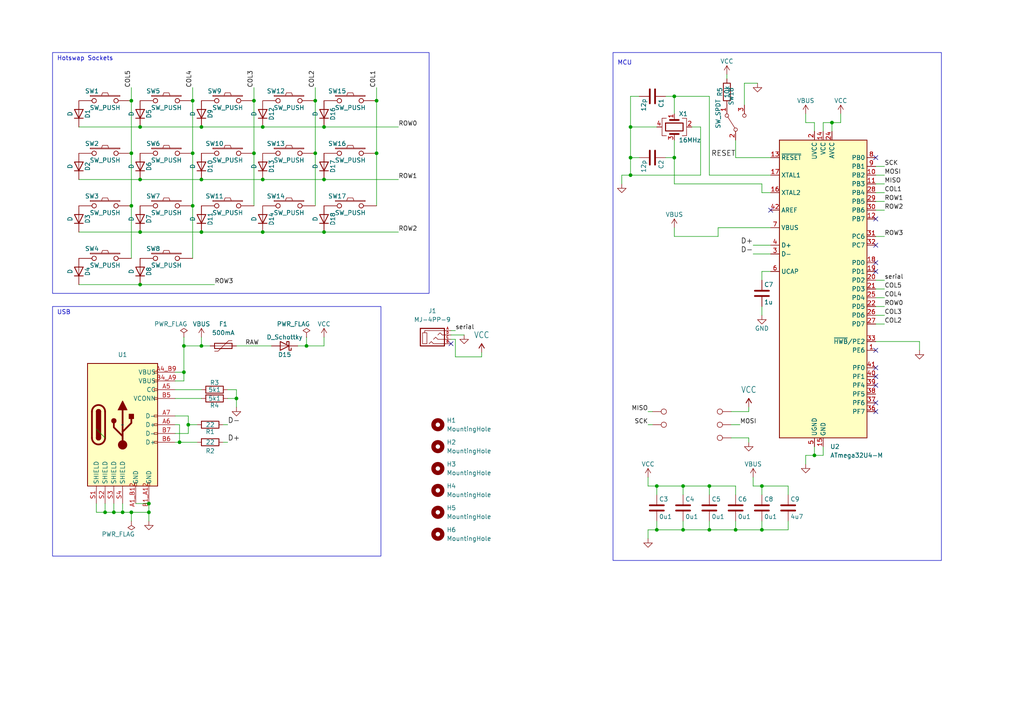
<source format=kicad_sch>
(kicad_sch (version 20230121) (generator eeschema)
  (paper "A4")
  (lib_symbols
    (symbol "3435:usb-mid-mount"
      (property "Reference" "U" (at -12.7 19.05 0))
      (symbol "usb-mid-mount_0_0"
        (rectangle (start 3.556 -17.78) (end 4.064 -16.764))
        (rectangle (start 7.366 -17.78) (end 7.874 -16.764))
        (rectangle (start 9.144 12.954) (end 10.16 12.446))
        (rectangle (start 9.144 15.494) (end 10.16 14.986))
        (rectangle (start 10.16 -4.826) (end 9.144 -5.334))
        (rectangle (start 10.16 -2.286) (end 9.144 -2.794))
        (rectangle (start 10.16 0.254) (end 9.144 -0.254))
        (rectangle (start 10.16 2.794) (end 9.144 2.286))
        (rectangle (start 10.16 7.874) (end 9.144 7.366))
        (rectangle (start 10.16 10.414) (end 9.144 9.906))
      )
      (symbol "usb-mid-mount_0_1"
        (rectangle (start -10.16 17.78) (end 10.16 -17.78) (stroke (width 0.254)) (fill (type background)))
        (arc (start -8.89 -3.81) (mid -6.985 -5.7067) (end -5.08 -3.81) (stroke (width 0.508)))
        (arc (start -7.62 -3.81) (mid -6.985 -4.4423) (end -6.35 -3.81) (stroke (width 0.254)))
        (arc (start -7.62 -3.81) (mid -6.985 -4.4423) (end -6.35 -3.81) (stroke (width 0.254)) (fill (type outline)))
        (rectangle (start -7.62 -3.81) (end -6.35 3.81) (stroke (width 0.254)) (fill (type outline)))
        (arc (start -6.35 3.81) (mid -6.985 4.4423) (end -7.62 3.81) (stroke (width 0.254)))
        (arc (start -6.35 3.81) (mid -6.985 4.4423) (end -7.62 3.81) (stroke (width 0.254)) (fill (type outline)))
        (arc (start -5.08 3.81) (mid -6.985 5.7067) (end -8.89 3.81) (stroke (width 0.508)))
        (circle (center -2.54 1.143) (radius 0.635) (stroke (width 0.254)) (fill (type outline)))
        (circle (center 0 -5.842) (radius 1.27) (fill (type outline)))
        (polyline (pts (xy -8.89 -3.81) (xy -8.89 3.81)) (stroke (width 0.508)))
        (polyline (pts (xy -5.08 3.81) (xy -5.08 -3.81)) (stroke (width 0.508)))
        (polyline (pts (xy 0 -5.842) (xy 0 4.318)) (stroke (width 0.508)))
        (polyline (pts (xy 0 -3.302) (xy -2.54 -0.762) (xy -2.54 0.508)) (stroke (width 0.508)))
        (polyline (pts (xy 0 -2.032) (xy 2.54 0.508) (xy 2.54 1.778)) (stroke (width 0.508)))
        (polyline (pts (xy -1.27 4.318) (xy 0 6.858) (xy 1.27 4.318) (xy -1.27 4.318)) (stroke (width 0.254)) (fill (type outline)))
        (rectangle (start 1.905 1.778) (end 3.175 3.048) (stroke (width 0.254)) (fill (type outline)))
      )
      (symbol "usb-mid-mount_1_1"
        (pin passive line (at 3.81 -22.86 90) (length 5.08) (name "GND") (number "A1_B12"))
        (pin passive line (at 15.24 15.24 180) (length 5.08) (name "VBUS") (number "A4_B9"))
        (pin bidirectional line (at 15.24 10.16 180) (length 5.08) (name "CC") (number "A5"))
        (pin bidirectional line (at 15.24 0 180) (length 5.08) (name "D+") (number "A6"))
        (pin bidirectional line (at 15.24 2.54 180) (length 5.08) (name "D-") (number "A7"))
        (pin passive line (at 7.62 -22.86 90) (length 5.08) (name "GND") (number "B1_A12"))
        (pin passive line (at 15.24 12.7 180) (length 5.08) (name "VBUS") (number "B4_A9"))
        (pin bidirectional line (at 15.24 7.62 180) (length 5.08) (name "VCONN") (number "B5"))
        (pin bidirectional line (at 15.24 -5.08 180) (length 5.08) (name "D+") (number "B6"))
        (pin bidirectional line (at 15.24 -2.54 180) (length 5.08) (name "D-") (number "B7"))
        (pin passive line (at -7.62 -22.86 90) (length 5.08) (name "SHIELD") (number "S1"))
        (pin passive line (at -5.08 -22.86 90) (length 5.08) (name "SHIELD") (number "S2"))
        (pin passive line (at -2.54 -22.86 90) (length 5.08) (name "SHIELD") (number "S3"))
        (pin passive line (at 0 -22.86 90) (length 5.08) (name "SHIELD") (number "S4"))
      )
    )
    (symbol "Connector:TestPoint" (pin_numbers hide) (pin_names (offset 0.762) hide)
      (property "Reference" "TP" (at 0 6.858 0))
      (property "Value" "TestPoint" (at 0 5.08 0))
      (symbol "TestPoint_0_1"
        (circle (center 0 3.302) (radius 0.762))
      )
      (symbol "TestPoint_1_1"
        (pin passive line (at 0 0 90) (length 2.54) (name "1") (number "1"))
      )
    )
    (symbol "Device:C" (pin_numbers hide) (pin_names (offset 0.254))
      (property "Reference" "C" (at 0.635 2.54 0))
      (property "Value" "C" (at 0.635 -2.54 0))
      (symbol "C_0_1"
        (polyline (pts (xy -2.032 -0.762) (xy 2.032 -0.762)) (stroke (width 0.508)))
        (polyline (pts (xy -2.032 0.762) (xy 2.032 0.762)) (stroke (width 0.508)))
      )
      (symbol "C_1_1"
        (pin passive line (at 0 3.81 270) (length 2.794) (name "~") (number "1"))
        (pin passive line (at 0 -3.81 90) (length 2.794) (name "~") (number "2"))
      )
    )
    (symbol "Device:Crystal_GND24" (pin_names (offset 1.016) hide)
      (property "Reference" "Y" (at 3.175 5.08 0))
      (property "Value" "Crystal_GND24" (at 3.175 3.175 0))
      (symbol "Crystal_GND24_0_1"
        (rectangle (start -1.143 2.54) (end 1.143 -2.54) (stroke (width 0.3048)))
        (polyline (pts (xy -2.54 0) (xy -2.032 0)))
        (polyline (pts (xy -2.032 -1.27) (xy -2.032 1.27)) (stroke (width 0.508)))
        (polyline (pts (xy 0 -3.81) (xy 0 -3.556)))
        (polyline (pts (xy 0 3.556) (xy 0 3.81)))
        (polyline (pts (xy 2.032 -1.27) (xy 2.032 1.27)) (stroke (width 0.508)))
        (polyline (pts (xy 2.032 0) (xy 2.54 0)))
        (polyline (pts (xy -2.54 -2.286) (xy -2.54 -3.556) (xy 2.54 -3.556) (xy 2.54 -2.286)))
        (polyline (pts (xy -2.54 2.286) (xy -2.54 3.556) (xy 2.54 3.556) (xy 2.54 2.286)))
      )
      (symbol "Crystal_GND24_1_1"
        (pin passive line (at -3.81 0 0) (length 1.27) (name "1") (number "1"))
        (pin passive line (at 0 5.08 270) (length 1.27) (name "2") (number "2"))
        (pin passive line (at 3.81 0 180) (length 1.27) (name "3") (number "3"))
        (pin passive line (at 0 -5.08 90) (length 1.27) (name "4") (number "4"))
      )
    )
    (symbol "Device:D" (pin_numbers hide) (pin_names (offset 1.016) hide)
      (property "Reference" "D" (at 0 2.54 0))
      (property "Value" "D" (at 0 -2.54 0))
      (symbol "D_0_1"
        (polyline (pts (xy -1.27 1.27) (xy -1.27 -1.27)) (stroke (width 0.254)))
        (polyline (pts (xy 1.27 0) (xy -1.27 0)))
        (polyline (pts (xy 1.27 1.27) (xy 1.27 -1.27) (xy -1.27 0) (xy 1.27 1.27)) (stroke (width 0.254)))
      )
      (symbol "D_1_1"
        (pin passive line (at -3.81 0 0) (length 2.54) (name "K") (number "1"))
        (pin passive line (at 3.81 0 180) (length 2.54) (name "A") (number "2"))
      )
    )
    (symbol "Device:D_Schottky" (pin_numbers hide) (pin_names (offset 1.016) hide)
      (property "Reference" "D" (at 0 2.54 0))
      (property "Value" "D_Schottky" (at 0 -2.54 0))
      (symbol "D_Schottky_0_1"
        (polyline (pts (xy 1.27 0) (xy -1.27 0)))
        (polyline (pts (xy 1.27 1.27) (xy 1.27 -1.27) (xy -1.27 0) (xy 1.27 1.27)) (stroke (width 0.254)))
        (polyline (pts (xy -1.905 0.635) (xy -1.905 1.27) (xy -1.27 1.27) (xy -1.27 -1.27) (xy -0.635 -1.27) (xy -0.635 -0.635)) (stroke (width 0.254)))
      )
      (symbol "D_Schottky_1_1"
        (pin passive line (at -3.81 0 0) (length 2.54) (name "K") (number "1"))
        (pin passive line (at 3.81 0 180) (length 2.54) (name "A") (number "2"))
      )
    )
    (symbol "Device:Polyfuse" (pin_numbers hide) (pin_names (offset 0))
      (property "Reference" "F" (at -2.54 0 90))
      (property "Value" "Polyfuse" (at 2.54 0 90))
      (symbol "Polyfuse_0_1"
        (rectangle (start -0.762 2.54) (end 0.762 -2.54) (stroke (width 0.254)))
        (polyline (pts (xy 0 2.54) (xy 0 -2.54)))
        (polyline (pts (xy -1.524 2.54) (xy -1.524 1.524) (xy 1.524 -1.524) (xy 1.524 -2.54)))
      )
      (symbol "Polyfuse_1_1"
        (pin passive line (at 0 3.81 270) (length 1.27) (name "~") (number "1"))
        (pin passive line (at 0 -3.81 90) (length 1.27) (name "~") (number "2"))
      )
    )
    (symbol "Device:R" (pin_numbers hide) (pin_names (offset 0))
      (property "Reference" "R" (at 2.032 0 90))
      (property "Value" "R" (at 0 0 90))
      (symbol "R_0_1"
        (rectangle (start -1.016 -2.54) (end 1.016 2.54) (stroke (width 0.254)))
      )
      (symbol "R_1_1"
        (pin passive line (at 0 3.81 270) (length 1.27) (name "~") (number "1"))
        (pin passive line (at 0 -3.81 90) (length 1.27) (name "~") (number "2"))
      )
    )
    (symbol "GND_1" (power) (pin_names (offset 0))
      (property "Value" "GND_1" (at 0 -3.81 0))
      (symbol "GND_1_0_1"
        (polyline (pts (xy 0 0) (xy 0 -1.27) (xy 1.27 -1.27) (xy 0 -2.54) (xy -1.27 -1.27) (xy 0 -1.27)))
      )
      (symbol "GND_1_1_1"
        (pin power_in line (at 0 0 270) (length 0) hide (name "GND") (number "1"))
      )
    )
    (symbol "MCU_Microchip_ATmega:ATmega32U4-M"
      (property "Reference" "U" (at -12.7 44.45 0))
      (property "Value" "ATmega32U4-M" (at 2.54 -44.45 0))
      (symbol "ATmega32U4-M_0_1"
        (rectangle (start -12.7 -43.18) (end 12.7 43.18) (stroke (width 0.254)) (fill (type background)))
      )
      (symbol "ATmega32U4-M_1_1"
        (pin bidirectional line (at 15.24 -17.78 180) (length 2.54) (name "PE6") (number "1"))
        (pin bidirectional line (at 15.24 33.02 180) (length 2.54) (name "PB2") (number "10"))
        (pin bidirectional line (at 15.24 30.48 180) (length 2.54) (name "PB3") (number "11"))
        (pin bidirectional line (at 15.24 20.32 180) (length 2.54) (name "PB7") (number "12"))
        (pin input line (at -15.24 38.1 0) (length 2.54) (name "~{RESET}") (number "13"))
        (pin power_in line (at 0 45.72 270) (length 2.54) (name "VCC") (number "14"))
        (pin power_in line (at 0 -45.72 90) (length 2.54) (name "GND") (number "15"))
        (pin output line (at -15.24 27.94 0) (length 2.54) (name "XTAL2") (number "16"))
        (pin input line (at -15.24 33.02 0) (length 2.54) (name "XTAL1") (number "17"))
        (pin bidirectional line (at 15.24 7.62 180) (length 2.54) (name "PD0") (number "18"))
        (pin bidirectional line (at 15.24 5.08 180) (length 2.54) (name "PD1") (number "19"))
        (pin power_in line (at -2.54 45.72 270) (length 2.54) (name "UVCC") (number "2"))
        (pin bidirectional line (at 15.24 2.54 180) (length 2.54) (name "PD2") (number "20"))
        (pin bidirectional line (at 15.24 0 180) (length 2.54) (name "PD3") (number "21"))
        (pin bidirectional line (at 15.24 -5.08 180) (length 2.54) (name "PD5") (number "22"))
        (pin passive line (at 0 -45.72 90) (length 2.54) hide (name "GND") (number "23"))
        (pin power_in line (at 2.54 45.72 270) (length 2.54) (name "AVCC") (number "24"))
        (pin bidirectional line (at 15.24 -2.54 180) (length 2.54) (name "PD4") (number "25"))
        (pin bidirectional line (at 15.24 -7.62 180) (length 2.54) (name "PD6") (number "26"))
        (pin bidirectional line (at 15.24 -10.16 180) (length 2.54) (name "PD7") (number "27"))
        (pin bidirectional line (at 15.24 27.94 180) (length 2.54) (name "PB4") (number "28"))
        (pin bidirectional line (at 15.24 25.4 180) (length 2.54) (name "PB5") (number "29"))
        (pin bidirectional line (at -15.24 10.16 0) (length 2.54) (name "D-") (number "3"))
        (pin bidirectional line (at 15.24 22.86 180) (length 2.54) (name "PB6") (number "30"))
        (pin bidirectional line (at 15.24 15.24 180) (length 2.54) (name "PC6") (number "31"))
        (pin bidirectional line (at 15.24 12.7 180) (length 2.54) (name "PC7") (number "32"))
        (pin bidirectional line (at 15.24 -15.24 180) (length 2.54) (name "~{HWB}/PE2") (number "33"))
        (pin passive line (at 0 45.72 270) (length 2.54) hide (name "VCC") (number "34"))
        (pin passive line (at 0 -45.72 90) (length 2.54) hide (name "GND") (number "35"))
        (pin bidirectional line (at 15.24 -35.56 180) (length 2.54) (name "PF7") (number "36"))
        (pin bidirectional line (at 15.24 -33.02 180) (length 2.54) (name "PF6") (number "37"))
        (pin bidirectional line (at 15.24 -30.48 180) (length 2.54) (name "PF5") (number "38"))
        (pin bidirectional line (at 15.24 -27.94 180) (length 2.54) (name "PF4") (number "39"))
        (pin bidirectional line (at -15.24 12.7 0) (length 2.54) (name "D+") (number "4"))
        (pin bidirectional line (at 15.24 -25.4 180) (length 2.54) (name "PF1") (number "40"))
        (pin bidirectional line (at 15.24 -22.86 180) (length 2.54) (name "PF0") (number "41"))
        (pin passive line (at -15.24 22.86 0) (length 2.54) (name "AREF") (number "42"))
        (pin passive line (at 0 -45.72 90) (length 2.54) hide (name "GND") (number "43"))
        (pin passive line (at 2.54 45.72 270) (length 2.54) hide (name "AVCC") (number "44"))
        (pin passive line (at 0 -45.72 90) (length 2.54) hide (name "GND") (number "45"))
        (pin passive line (at -2.54 -45.72 90) (length 2.54) (name "UGND") (number "5"))
        (pin passive line (at -15.24 5.08 0) (length 2.54) (name "UCAP") (number "6"))
        (pin input line (at -15.24 17.78 0) (length 2.54) (name "VBUS") (number "7"))
        (pin bidirectional line (at 15.24 38.1 180) (length 2.54) (name "PB0") (number "8"))
        (pin bidirectional line (at 15.24 35.56 180) (length 2.54) (name "PB1") (number "9"))
      )
    )
    (symbol "Mechanical:MountingHole" (pin_names (offset 1.016))
      (property "Reference" "H" (at 0 5.08 0))
      (property "Value" "MountingHole" (at 0 3.175 0))
      (symbol "MountingHole_0_1"
        (circle (center 0 0) (radius 1.27) (stroke (width 1.27)))
      )
    )
    (symbol "Switch:SW_SPDT" (pin_names (offset 0) hide)
      (property "Reference" "SW" (at 0 4.318 0))
      (property "Value" "SW_SPDT" (at 0 -5.08 0))
      (symbol "SW_SPDT_0_0"
        (circle (center -2.032 0) (radius 0.508))
        (circle (center 2.032 -2.54) (radius 0.508))
      )
      (symbol "SW_SPDT_0_1"
        (polyline (pts (xy -1.524 0.254) (xy 1.651 2.286)))
        (circle (center 2.032 2.54) (radius 0.508))
      )
      (symbol "SW_SPDT_1_1"
        (pin passive line (at 5.08 2.54 180) (length 2.54) (name "A") (number "1"))
        (pin passive line (at -5.08 0 0) (length 2.54) (name "B") (number "2"))
        (pin passive line (at 5.08 -2.54 180) (length 2.54) (name "C") (number "3"))
      )
    )
    (symbol "clog-eagle-import:VCC" (power)
      (property "Value" "VCC" (at 0 2.794 0))
      (symbol "VCC_1_0"
        (polyline (pts (xy 0 2.54) (xy -0.762 1.27)) (stroke (width 0.254)))
        (polyline (pts (xy 0.762 1.27) (xy 0 2.54)) (stroke (width 0.254)))
        (pin power_in line (at 0 0 90) (length 2.54) (name "VCC") (number "1"))
      )
    )
    (symbol "corne-chocolate-rescue:SW_PUSH-kbd" (pin_numbers hide) (pin_names (offset 1.016) hide)
      (property "Reference" "SW" (at 3.81 2.794 0))
      (property "Value" "SW_PUSH-kbd" (at 0 -2.032 0))
      (symbol "SW_PUSH-kbd_0_1"
        (rectangle (start -4.318 1.27) (end 4.318 1.524))
        (polyline (pts (xy -1.016 1.524) (xy -0.762 2.286) (xy 0.762 2.286) (xy 1.016 1.524)))
        (pin passive inverted (at -7.62 0 0) (length 5.08) (name "1") (number "1"))
        (pin passive inverted (at 7.62 0 180) (length 5.08) (name "2") (number "2"))
      )
    )
    (symbol "kbd:MJ-4PP-9" (pin_names (offset 1.016))
      (property "Reference" "J" (at 0 3.81 0))
      (property "Value" "MJ-4PP-9" (at 0 -3.81 0))
      (symbol "MJ-4PP-9_0_1"
        (rectangle (start -1.905 -1.905) (end -3.175 1.27))
        (polyline (pts (xy -2.54 1.27) (xy -2.54 1.905) (xy 3.175 1.905)))
        (polyline (pts (xy -1.27 -1.905) (xy -0.635 -1.27) (xy 0 -1.905) (xy 3.175 -1.905)))
        (polyline (pts (xy 0 -0.635) (xy 0.635 0) (xy 1.27 -0.635) (xy 3.175 -0.635)))
        (polyline (pts (xy 1.27 0.635) (xy 1.905 1.27) (xy 2.54 0.635) (xy 3.175 0.635)))
        (rectangle (start 3.175 2.54) (end -3.81 -2.54) (stroke (width 0.3048)))
      )
      (symbol "MJ-4PP-9_1_1"
        (pin input line (at 5.08 1.905 180) (length 2.0066) (name "~") (number "A"))
        (pin input line (at 5.08 -1.905 180) (length 2.0066) (name "~") (number "B"))
        (pin input line (at 5.08 -0.635 180) (length 2.0066) (name "~") (number "C"))
        (pin input line (at 5.08 0.635 180) (length 2.0066) (name "~") (number "D"))
      )
    )
    (symbol "power:GND" (power) (pin_names (offset 0))
      (property "Value" "GND" (at 0 -3.81 0))
      (symbol "GND_0_1"
        (polyline (pts (xy 0 0) (xy 0 -1.27) (xy 1.27 -1.27) (xy 0 -2.54) (xy -1.27 -1.27) (xy 0 -1.27)))
      )
      (symbol "GND_1_1"
        (pin power_in line (at 0 0 270) (length 0) hide (name "GND") (number "1"))
      )
    )
    (symbol "power:PWR_FLAG" (power) (pin_numbers hide) (pin_names (offset 0) hide)
      (property "Value" "PWR_FLAG" (at 0 3.81 0))
      (symbol "PWR_FLAG_0_0"
        (pin power_out line (at 0 0 90) (length 0) (name "pwr") (number "1"))
      )
      (symbol "PWR_FLAG_0_1"
        (polyline (pts (xy 0 0) (xy 0 1.27) (xy -1.016 1.905) (xy 0 2.54) (xy 1.016 1.905) (xy 0 1.27)))
      )
    )
    (symbol "power:VBUS" (power) (pin_names (offset 0))
      (property "Value" "VBUS" (at 0 3.81 0))
      (symbol "VBUS_0_1"
        (polyline (pts (xy -0.762 1.27) (xy 0 2.54)))
        (polyline (pts (xy 0 0) (xy 0 2.54)))
        (polyline (pts (xy 0 2.54) (xy 0.762 1.27)))
      )
      (symbol "VBUS_1_1"
        (pin power_in line (at 0 0 90) (length 0) hide (name "VBUS") (number "1"))
      )
    )
    (symbol "power:VCC" (power) (pin_names (offset 0))
      (property "Value" "VCC" (at 0 3.81 0))
      (symbol "VCC_0_1"
        (polyline (pts (xy -0.762 1.27) (xy 0 2.54)))
        (polyline (pts (xy 0 0) (xy 0 2.54)))
        (polyline (pts (xy 0 2.54) (xy 0.762 1.27)))
      )
      (symbol "VCC_1_1"
        (pin power_in line (at 0 0 90) (length 0) hide (name "VCC") (number "1"))
      )
    )
  )
  (junction (at 91.44 29.21))
  (junction (at 91.44 44.45))
  (junction (at 58.42 100.33))
  (junction (at 33.02 148.59))
  (junction (at 241.3 35.56))
  (junction (at 38.1 29.21))
  (junction (at 109.22 44.45))
  (junction (at 73.66 29.21))
  (junction (at 190.5 140.97))
  (junction (at 40.64 82.55))
  (junction (at 52.07 128.27))
  (junction (at 58.42 67.31))
  (junction (at 220.98 140.97))
  (junction (at 195.58 45.72))
  (junction (at 198.12 140.97))
  (junction (at 195.58 27.94))
  (junction (at 109.22 29.21))
  (junction (at 35.56 148.59))
  (junction (at 55.88 29.21))
  (junction (at 93.98 36.83))
  (junction (at 55.88 44.45))
  (junction (at 55.88 59.69))
  (junction (at 40.64 36.83))
  (junction (at 53.34 100.33))
  (junction (at 43.18 148.59))
  (junction (at 182.88 45.72))
  (junction (at 76.2 36.83))
  (junction (at 88.9 100.33))
  (junction (at 220.98 153.67))
  (junction (at 38.1 44.45))
  (junction (at 182.88 50.8))
  (junction (at 40.64 52.07))
  (junction (at 198.12 153.67))
  (junction (at 182.88 36.83))
  (junction (at 58.42 36.83))
  (junction (at 76.2 67.31))
  (junction (at 58.42 52.07))
  (junction (at 54.61 123.19))
  (junction (at 53.34 107.95))
  (junction (at 38.1 148.59))
  (junction (at 190.5 153.67))
  (junction (at 68.58 115.57))
  (junction (at 205.74 140.97))
  (junction (at 40.64 67.31))
  (junction (at 43.18 146.05))
  (junction (at 38.1 59.69))
  (junction (at 205.74 153.67))
  (junction (at 73.66 44.45))
  (junction (at 93.98 67.31))
  (junction (at 76.2 52.07))
  (junction (at 93.98 52.07))
  (junction (at 213.36 153.67))
  (junction (at 30.48 148.59))
  (junction (at 236.22 132.08))
  (no_connect (at 254 71.12))
  (no_connect (at 223.52 60.96))
  (no_connect (at 254 111.76))
  (no_connect (at 254 106.68))
  (no_connect (at 130.81 99.695))
  (no_connect (at 254 63.5))
  (no_connect (at 254 76.2))
  (no_connect (at 254 101.6))
  (no_connect (at 254 119.38))
  (no_connect (at 254 78.74))
  (no_connect (at 254 109.22))
  (no_connect (at 254 116.84))
  (no_connect (at 254 45.72))
  (bus_entry (at 27.94 124.46) (size 2.54 2.54))
  (wire (pts (xy 220.98 88.9) (xy 220.98 91.44)))
  (wire (pts (xy 220.98 55.88) (xy 223.52 55.88)))
  (wire (pts (xy 182.88 50.8) (xy 203.2 50.8)))
  (wire (pts (xy 254 50.8) (xy 256.54 50.8)))
  (wire (pts (xy 68.58 113.03) (xy 68.58 115.57)))
  (wire (pts (xy 266.7 99.06) (xy 266.7 101.6)))
  (wire (pts (xy 58.42 67.31) (xy 40.64 67.31)))
  (wire (pts (xy 130.81 97.155) (xy 134.62 97.155)))
  (wire (pts (xy 236.22 132.08) (xy 236.22 129.54)))
  (wire (pts (xy 139.7 103.505) (xy 132.08 103.505)))
  (wire (pts (xy 223.52 73.66) (xy 218.44 73.66)))
  (wire (pts (xy 190.5 140.97) (xy 198.12 140.97)))
  (wire (pts (xy 187.96 119.38) (xy 189.23 119.38)))
  (wire (pts (xy 58.42 52.07) (xy 40.64 52.07)))
  (wire (pts (xy 33.02 148.59) (xy 35.56 148.59)))
  (wire (pts (xy 215.9 24.13) (xy 219.71 24.13)))
  (wire (pts (xy 190.5 36.83) (xy 182.88 36.83)))
  (wire (pts (xy 195.58 53.34) (xy 220.98 53.34)))
  (wire (pts (xy 52.07 123.19) (xy 52.07 128.27)))
  (wire (pts (xy 208.28 68.58) (xy 195.58 68.58)))
  (wire (pts (xy 223.52 71.12) (xy 218.44 71.12)))
  (wire (pts (xy 68.58 113.03) (xy 66.04 113.03)))
  (wire (pts (xy 236.22 35.56) (xy 233.68 35.56)))
  (wire (pts (xy 132.08 103.505) (xy 132.08 98.425)))
  (wire (pts (xy 198.12 153.67) (xy 198.12 151.13)))
  (wire (pts (xy 93.98 67.31) (xy 76.2 67.31)))
  (wire (pts (xy 38.1 25.4) (xy 38.1 29.21)))
  (wire (pts (xy 198.12 140.97) (xy 205.74 140.97)))
  (wire (pts (xy 238.76 132.08) (xy 238.76 129.54)))
  (wire (pts (xy 241.3 35.56) (xy 243.84 35.56)))
  (wire (pts (xy 93.98 36.83) (xy 115.57 36.83)))
  (wire (pts (xy 50.8 120.65) (xy 54.61 120.65)))
  (wire (pts (xy 256.54 81.28) (xy 254 81.28)))
  (wire (pts (xy 212.09 119.38) (xy 217.17 119.38)))
  (wire (pts (xy 52.07 128.27) (xy 57.15 128.27)))
  (wire (pts (xy 218.44 140.97) (xy 220.98 140.97)))
  (wire (pts (xy 205.74 27.94) (xy 195.58 27.94)))
  (wire (pts (xy 35.56 148.59) (xy 38.1 148.59)))
  (wire (pts (xy 254 53.34) (xy 256.54 53.34)))
  (wire (pts (xy 223.52 66.04) (xy 208.28 66.04)))
  (wire (pts (xy 220.98 153.67) (xy 220.98 151.13)))
  (wire (pts (xy 38.1 148.59) (xy 38.1 151.13)))
  (wire (pts (xy 55.88 29.21) (xy 55.88 44.45)))
  (wire (pts (xy 233.68 35.56) (xy 233.68 33.02)))
  (wire (pts (xy 236.22 132.08) (xy 238.76 132.08)))
  (wire (pts (xy 198.12 140.97) (xy 198.12 143.51)))
  (wire (pts (xy 254 91.44) (xy 256.54 91.44)))
  (wire (pts (xy 76.2 52.07) (xy 58.42 52.07)))
  (wire (pts (xy 73.66 25.4) (xy 73.66 29.21)))
  (wire (pts (xy 241.3 35.56) (xy 241.3 38.1)))
  (wire (pts (xy 40.64 82.55) (xy 62.23 82.55)))
  (wire (pts (xy 130.81 95.885) (xy 132.08 95.885)))
  (wire (pts (xy 58.42 100.33) (xy 60.96 100.33)))
  (wire (pts (xy 38.1 44.45) (xy 38.1 59.69)))
  (wire (pts (xy 66.04 115.57) (xy 68.58 115.57)))
  (wire (pts (xy 73.66 29.21) (xy 73.66 44.45)))
  (wire (pts (xy 213.36 153.67) (xy 213.36 151.13)))
  (wire (pts (xy 213.36 153.67) (xy 220.98 153.67)))
  (wire (pts (xy 109.22 44.45) (xy 109.22 59.69)))
  (wire (pts (xy 53.34 107.95) (xy 50.8 107.95)))
  (wire (pts (xy 64.77 128.27) (xy 66.04 128.27)))
  (wire (pts (xy 40.64 36.83) (xy 22.86 36.83)))
  (wire (pts (xy 195.58 66.04) (xy 195.58 68.58)))
  (wire (pts (xy 195.58 40.64) (xy 195.58 45.72)))
  (wire (pts (xy 38.1 59.69) (xy 38.1 74.93)))
  (wire (pts (xy 210.82 21.59) (xy 210.82 22.86)))
  (wire (pts (xy 254 88.9) (xy 256.54 88.9)))
  (wire (pts (xy 54.61 123.19) (xy 57.15 123.19)))
  (wire (pts (xy 217.17 119.38) (xy 217.17 118.11)))
  (wire (pts (xy 54.61 120.65) (xy 54.61 123.19)))
  (wire (pts (xy 243.84 35.56) (xy 243.84 33.02)))
  (wire (pts (xy 233.68 134.62) (xy 233.68 132.08)))
  (wire (pts (xy 93.98 67.31) (xy 115.57 67.31)))
  (wire (pts (xy 109.22 29.21) (xy 109.22 44.45)))
  (wire (pts (xy 220.98 78.74) (xy 223.52 78.74)))
  (wire (pts (xy 185.42 27.94) (xy 182.88 27.94)))
  (wire (pts (xy 254 93.98) (xy 256.54 93.98)))
  (wire (pts (xy 220.98 153.67) (xy 228.6 153.67)))
  (wire (pts (xy 109.22 25.4) (xy 109.22 29.21)))
  (wire (pts (xy 39.37 146.05) (xy 43.18 146.05)))
  (wire (pts (xy 27.94 148.59) (xy 30.48 148.59)))
  (wire (pts (xy 43.18 146.05) (xy 43.18 148.59)))
  (wire (pts (xy 53.34 100.33) (xy 53.34 107.95)))
  (wire (pts (xy 91.44 25.4) (xy 91.44 29.21)))
  (wire (pts (xy 254 58.42) (xy 256.54 58.42)))
  (wire (pts (xy 195.58 45.72) (xy 195.58 53.34)))
  (wire (pts (xy 93.98 100.33) (xy 93.98 97.79)))
  (wire (pts (xy 91.44 29.21) (xy 91.44 44.45)))
  (wire (pts (xy 193.04 45.72) (xy 195.58 45.72)))
  (wire (pts (xy 30.48 146.05) (xy 30.48 148.59)))
  (wire (pts (xy 53.34 100.33) (xy 58.42 100.33)))
  (wire (pts (xy 43.18 148.59) (xy 43.18 151.13)))
  (wire (pts (xy 50.8 128.27) (xy 52.07 128.27)))
  (wire (pts (xy 40.64 82.55) (xy 22.86 82.55)))
  (wire (pts (xy 33.02 146.05) (xy 33.02 148.59)))
  (wire (pts (xy 205.74 140.97) (xy 205.74 143.51)))
  (wire (pts (xy 187.96 153.67) (xy 190.5 153.67)))
  (wire (pts (xy 254 68.58) (xy 256.54 68.58)))
  (wire (pts (xy 208.28 66.04) (xy 208.28 68.58)))
  (wire (pts (xy 233.68 132.08) (xy 236.22 132.08)))
  (wire (pts (xy 55.88 44.45) (xy 55.88 59.69)))
  (wire (pts (xy 220.98 143.51) (xy 220.98 140.97)))
  (wire (pts (xy 93.98 52.07) (xy 115.57 52.07)))
  (wire (pts (xy 254 55.88) (xy 256.54 55.88)))
  (wire (pts (xy 40.64 52.07) (xy 22.86 52.07)))
  (wire (pts (xy 212.09 123.19) (xy 214.63 123.19)))
  (wire (pts (xy 212.09 127) (xy 217.17 127)))
  (wire (pts (xy 30.48 148.59) (xy 33.02 148.59)))
  (wire (pts (xy 182.88 45.72) (xy 182.88 50.8)))
  (wire (pts (xy 190.5 153.67) (xy 198.12 153.67)))
  (wire (pts (xy 139.7 102.235) (xy 139.7 103.505)))
  (wire (pts (xy 238.76 35.56) (xy 241.3 35.56)))
  (wire (pts (xy 254 86.36) (xy 256.54 86.36)))
  (wire (pts (xy 180.34 50.8) (xy 180.34 53.34)))
  (wire (pts (xy 58.42 100.33) (xy 58.42 97.79)))
  (wire (pts (xy 193.04 27.94) (xy 195.58 27.94)))
  (wire (pts (xy 50.8 123.19) (xy 52.07 123.19)))
  (wire (pts (xy 50.8 115.57) (xy 58.42 115.57)))
  (wire (pts (xy 54.61 125.73) (xy 54.61 123.19)))
  (wire (pts (xy 195.58 27.94) (xy 195.58 33.02)))
  (wire (pts (xy 88.9 97.79) (xy 88.9 100.33)))
  (wire (pts (xy 73.66 44.45) (xy 73.66 59.69)))
  (wire (pts (xy 38.1 148.59) (xy 43.18 148.59)))
  (wire (pts (xy 53.34 110.49) (xy 53.34 107.95)))
  (wire (pts (xy 38.1 29.21) (xy 38.1 44.45)))
  (wire (pts (xy 55.88 59.69) (xy 55.88 74.93)))
  (wire (pts (xy 228.6 153.67) (xy 228.6 151.13)))
  (wire (pts (xy 50.8 113.03) (xy 58.42 113.03)))
  (wire (pts (xy 93.98 36.83) (xy 76.2 36.83)))
  (wire (pts (xy 76.2 67.31) (xy 58.42 67.31)))
  (wire (pts (xy 93.98 52.07) (xy 76.2 52.07)))
  (wire (pts (xy 27.94 146.05) (xy 27.94 148.59)))
  (wire (pts (xy 203.2 36.83) (xy 200.66 36.83)))
  (wire (pts (xy 68.58 115.57) (xy 68.58 118.11)))
  (wire (pts (xy 91.44 44.45) (xy 91.44 59.69)))
  (wire (pts (xy 132.08 98.425) (xy 130.81 98.425)))
  (wire (pts (xy 203.2 50.8) (xy 203.2 36.83)))
  (wire (pts (xy 218.44 140.97) (xy 218.44 138.43)))
  (wire (pts (xy 213.36 45.72) (xy 223.52 45.72)))
  (wire (pts (xy 40.64 67.31) (xy 22.86 67.31)))
  (wire (pts (xy 220.98 140.97) (xy 228.6 140.97)))
  (wire (pts (xy 50.8 125.73) (xy 54.61 125.73)))
  (wire (pts (xy 187.96 140.97) (xy 190.5 140.97)))
  (wire (pts (xy 220.98 78.74) (xy 220.98 81.28)))
  (wire (pts (xy 205.74 50.8) (xy 223.52 50.8)))
  (wire (pts (xy 88.9 100.33) (xy 93.98 100.33)))
  (wire (pts (xy 213.36 140.97) (xy 213.36 143.51)))
  (wire (pts (xy 215.9 30.48) (xy 215.9 24.13)))
  (wire (pts (xy 228.6 140.97) (xy 228.6 143.51)))
  (wire (pts (xy 86.36 100.33) (xy 88.9 100.33)))
  (wire (pts (xy 254 48.26) (xy 256.54 48.26)))
  (wire (pts (xy 213.36 40.64) (xy 213.36 45.72)))
  (wire (pts (xy 198.12 153.67) (xy 205.74 153.67)))
  (wire (pts (xy 190.5 151.13) (xy 190.5 153.67)))
  (wire (pts (xy 205.74 153.67) (xy 213.36 153.67)))
  (wire (pts (xy 217.17 127) (xy 217.17 128.27)))
  (wire (pts (xy 68.58 100.33) (xy 78.74 100.33)))
  (wire (pts (xy 53.34 97.79) (xy 53.34 100.33)))
  (wire (pts (xy 180.34 50.8) (xy 182.88 50.8)))
  (wire (pts (xy 187.96 140.97) (xy 187.96 138.43)))
  (wire (pts (xy 182.88 36.83) (xy 182.88 45.72)))
  (wire (pts (xy 236.22 38.1) (xy 236.22 35.56)))
  (wire (pts (xy 55.88 25.4) (xy 55.88 29.21)))
  (wire (pts (xy 35.56 148.59) (xy 35.56 146.05)))
  (wire (pts (xy 50.8 110.49) (xy 53.34 110.49)))
  (wire (pts (xy 254 99.06) (xy 266.7 99.06)))
  (wire (pts (xy 220.98 53.34) (xy 220.98 55.88)))
  (wire (pts (xy 205.74 140.97) (xy 213.36 140.97)))
  (wire (pts (xy 238.76 35.56) (xy 238.76 38.1)))
  (wire (pts (xy 254 60.96) (xy 256.54 60.96)))
  (wire (pts (xy 187.96 123.19) (xy 189.23 123.19)))
  (wire (pts (xy 205.74 153.67) (xy 205.74 151.13)))
  (wire (pts (xy 190.5 140.97) (xy 190.5 143.51)))
  (wire (pts (xy 76.2 36.83) (xy 58.42 36.83)))
  (wire (pts (xy 182.88 27.94) (xy 182.88 36.83)))
  (wire (pts (xy 64.77 123.19) (xy 66.04 123.19)))
  (wire (pts (xy 58.42 36.83) (xy 40.64 36.83)))
  (wire (pts (xy 256.54 83.82) (xy 254 83.82)))
  (wire (pts (xy 205.74 27.94) (xy 205.74 50.8)))
  (wire (pts (xy 182.88 45.72) (xy 185.42 45.72)))
  (wire (pts (xy 187.96 153.67) (xy 187.96 156.21)))
  (rectangle (start 15.24 88.9) (end 110.49 161.29))
  (rectangle (start 177.8 15.24) (end 273.05 162.56))
  (rectangle (start 15.24 15.24) (end 124.46 85.09))
  (text "Hotswap Sockets\n" (at 16.51 17.78 0) (effects (font (size 1.27 1.27)) (justify left bottom)))
  (text "MCU\n" (at 179.07 19.05 0) (effects (font (size 1.27 1.27)) (justify left bottom)))
  (text "USB\n" (at 16.51 91.44 0) (effects (font (size 1.27 1.27)) (justify left bottom)))
  (label "serial" (at 256.54 81.28 0))
  (label "MOSI" (at 256.54 50.8 0))
  (label "ROW0" (at 256.54 88.9 0))
  (label "ROW1" (at 256.54 58.42 0))
  (label "COL2" (at 91.44 25.4 90))
  (label "MOSI" (at 214.63 123.19 0))
  (label "D-" (at 218.44 73.66 180) (effects (font (size 1.524 1.524))))
  (label "MISO" (at 187.96 119.38 180))
  (label "D+" (at 66.04 128.27 0) (effects (font (size 1.524 1.524))))
  (label "COL4" (at 256.54 86.36 0))
  (label "COL1" (at 109.22 25.4 90))
  (label "COL2" (at 256.54 93.98 0))
  (label "COL5" (at 256.54 83.82 0))
  (label "ROW0" (at 115.57 36.83 0))
  (label "RESET" (at 213.36 45.72 180) (effects (font (size 1.524 1.524))))
  (label "MISO" (at 256.54 53.34 0))
  (label "serial" (at 132.08 95.885 0))
  (label "COL3" (at 73.66 25.4 90))
  (label "D-" (at 66.04 123.19 0) (effects (font (size 1.524 1.524))))
  (label "ROW2" (at 256.54 60.96 0))
  (label "RAW" (at 71.12 100.33 0))
  (label "SCK" (at 256.54 48.26 0))
  (label "COL5" (at 38.1 25.4 90))
  (label "ROW3" (at 256.54 68.58 0))
  (label "SCK" (at 187.96 123.19 180))
  (label "ROW3" (at 62.23 82.55 0))
  (label "COL3" (at 256.54 91.44 0))
  (label "ROW1" (at 115.57 52.07 0))
  (label "COL4" (at 55.88 25.4 90))
  (label "D+" (at 218.44 71.12 180) (effects (font (size 1.524 1.524))))
  (label "ROW2" (at 115.57 67.31 0))
  (label "COL1" (at 256.54 55.88 0))
  (symbol (lib_id "Device:R") (at 60.96 123.19 270) (unit 1)
    (property "Reference" "R1" (at 60.96 125.222 90))
    (property "Value" "22" (at 60.96 123.19 90))
    (property "Footprint" "Resistor_SMD:R_0402_1005Metric" (effects hide))
  )
  (symbol (lib_id "corne-chocolate-rescue:SW_PUSH-kbd") (at 66.04 29.21 0) (mirror y) (unit 1)
    (property "Reference" "SW9" (at 62.23 26.416 0))
    (property "Value" "SW_PUSH" (at 66.04 31.242 0))
    (property "Footprint" "kbd:ChocV1_V2_Hotswap" (effects hide))
  )
  (symbol (lib_id "corne-chocolate-rescue:SW_PUSH-kbd") (at 83.82 59.69 0) (mirror y) (unit 1)
    (property "Reference" "SW14" (at 80.01 56.896 0))
    (property "Value" "SW_PUSH" (at 83.82 61.722 0))
    (property "Footprint" "kbd:ChocV1_V2_Hotswap" (effects hide))
  )
  (symbol (lib_id "corne-chocolate-rescue:SW_PUSH-kbd") (at 48.26 29.21 0) (mirror y) (unit 1)
    (property "Reference" "SW5" (at 44.45 26.416 0))
    (property "Value" "SW_PUSH" (at 48.26 31.242 0))
    (property "Footprint" "kbd:ChocV1_V2_Hotswap" (effects hide))
  )
  (symbol (lib_id "Device:D") (at 58.42 63.5 270) (mirror x) (unit 1)
    (property "Reference" "D11" (at 60.96 63.5 0))
    (property "Value" "D" (at 55.88 63.5 0))
    (property "Footprint" "kbd:D3_SMD_v2" (effects hide))
  )
  (symbol (lib_id "Device:D") (at 76.2 63.5 270) (mirror x) (unit 1)
    (property "Reference" "D14" (at 78.74 63.5 0))
    (property "Value" "D" (at 73.66 63.5 0))
    (property "Footprint" "kbd:D3_SMD_v2" (effects hide))
  )
  (symbol (lib_id "Device:D_Schottky") (at 82.55 100.33 180) (unit 1)
    (property "Reference" "D15" (at 82.55 102.87 0))
    (property "Value" "D_Schottky" (at 82.55 97.79 0))
    (property "Footprint" "Diode_SMD:D_SOD-123F" (effects hide))
  )
  (symbol (lib_id "corne-chocolate-rescue:SW_PUSH-kbd") (at 66.04 44.45 0) (mirror y) (unit 1)
    (property "Reference" "SW10" (at 62.23 41.656 0))
    (property "Value" "SW_PUSH" (at 66.04 46.482 0))
    (property "Footprint" "kbd:ChocV1_V2_Hotswap" (effects hide))
  )
  (symbol (lib_id "power:PWR_FLAG") (at 53.34 97.79 0) (unit 1)
    (property "Reference" "#FLG02" (effects hide))
    (property "Value" "PWR_FLAG" (at 49.53 93.98 0))
  )
  (symbol (lib_id "Device:D") (at 40.64 48.26 270) (mirror x) (unit 1)
    (property "Reference" "D6" (at 43.18 48.26 0))
    (property "Value" "D" (at 38.1 48.26 0))
    (property "Footprint" "kbd:D3_SMD_v2" (effects hide))
  )
  (symbol (lib_id "power:VBUS") (at 58.42 97.79 0) (unit 1)
    (property "Reference" "#PWR02" (effects hide))
    (property "Value" "VBUS" (at 58.42 93.98 0))
  )
  (symbol (lib_id "Device:C") (at 228.6 147.32 0) (unit 1)
    (property "Reference" "C9" (at 229.235 144.78 0) (effects (justify left)))
    (property "Value" "4u7" (at 229.235 149.86 0) (effects (justify left)))
    (property "Footprint" "Capacitor_SMD:C_0603_1608Metric" (effects hide))
  )
  (symbol (lib_id "Device:R") (at 210.82 26.67 180) (unit 1)
    (property "Reference" "R5" (at 208.788 26.67 90))
    (property "Value" "10k" (at 210.82 26.67 90))
    (property "Footprint" "Resistor_SMD:R_0402_1005Metric" (effects hide))
  )
  (symbol (lib_id "corne-chocolate-rescue:SW_PUSH-kbd") (at 48.26 44.45 0) (mirror y) (unit 1)
    (property "Reference" "SW6" (at 44.45 41.656 0))
    (property "Value" "SW_PUSH" (at 48.26 46.482 0))
    (property "Footprint" "kbd:ChocV1_V2_Hotswap" (effects hide))
  )
  (symbol (lib_id "Device:D") (at 22.86 78.74 270) (mirror x) (unit 1)
    (property "Reference" "D4" (at 25.4 78.74 0))
    (property "Value" "D" (at 20.32 78.74 0))
    (property "Footprint" "kbd:D3_SMD_v2" (effects hide))
  )
  (symbol (lib_id "power:VBUS") (at 218.44 138.43 0) (unit 1)
    (property "Reference" "#PWR012" (effects hide))
    (property "Value" "VBUS" (at 218.44 134.62 0))
  )
  (symbol (lib_id "Device:C") (at 205.74 147.32 0) (unit 1)
    (property "Reference" "C5" (at 206.375 144.78 0) (effects (justify left)))
    (property "Value" "0u1" (at 206.375 149.86 0) (effects (justify left)))
    (property "Footprint" "Capacitor_SMD:C_0402_1005Metric" (effects hide))
  )
  (symbol (lib_id "power:PWR_FLAG") (at 38.1 151.13 180) (unit 1)
    (property "Reference" "#FLG01" (effects hide))
    (property "Value" "PWR_FLAG" (at 34.29 154.94 0))
  )
  (symbol (lib_id "Mechanical:MountingHole") (at 127 154.94 0) (unit 1)
    (property "Reference" "H6" (at 129.54 153.67 0) (effects (justify left)))
    (property "Value" "MountingHole" (at 129.54 156.21 0) (effects (justify left)))
    (property "Footprint" "MountingHole:MountingHole_3.2mm_M3" (effects hide))
  )
  (symbol (lib_id "Device:C") (at 198.12 147.32 0) (unit 1)
    (property "Reference" "C4" (at 198.755 144.78 0) (effects (justify left)))
    (property "Value" "0u1" (at 198.755 149.86 0) (effects (justify left)))
    (property "Footprint" "Capacitor_SMD:C_0402_1005Metric" (effects hide))
  )
  (symbol (lib_id "Device:D") (at 40.64 63.5 270) (mirror x) (unit 1)
    (property "Reference" "D7" (at 43.18 63.5 0))
    (property "Value" "D" (at 38.1 63.5 0))
    (property "Footprint" "kbd:D3_SMD_v2" (effects hide))
  )
  (symbol (lib_id "Mechanical:MountingHole") (at 127 123.19 0) (unit 1)
    (property "Reference" "H1" (at 129.54 121.92 0) (effects (justify left)))
    (property "Value" "MountingHole" (at 129.54 124.46 0) (effects (justify left)))
    (property "Footprint" "MountingHole:MountingHole_3.2mm_M3" (effects hide))
  )
  (symbol (lib_id "power:VCC") (at 210.82 21.59 0) (unit 1)
    (property "Reference" "#PWR010" (effects hide))
    (property "Value" "VCC" (at 210.82 17.78 0))
  )
  (symbol (lib_id "Device:D") (at 58.42 33.02 270) (mirror x) (unit 1)
    (property "Reference" "D9" (at 60.96 33.02 0))
    (property "Value" "D" (at 55.88 33.02 0))
    (property "Footprint" "kbd:D3_SMD_v2" (effects hide))
  )
  (symbol (lib_id "Connector:TestPoint") (at 212.09 119.38 90) (unit 1)
    (property "Reference" "TP3" (effects hide))
    (property "Value" "TestPoint" (effects hide))
    (property "Footprint" "TestPoint:TestPoint_Pad_D2.0mm" (effects hide))
  )
  (symbol (lib_id "Connector:TestPoint") (at 212.09 123.19 90) (unit 1)
    (property "Reference" "TP4" (effects hide))
    (property "Value" "TestPoint" (effects hide))
    (property "Footprint" "TestPoint:TestPoint_Pad_D2.0mm" (effects hide))
  )
  (symbol (lib_id "corne-chocolate-rescue:SW_PUSH-kbd") (at 48.26 59.69 0) (mirror y) (unit 1)
    (property "Reference" "SW7" (at 44.45 56.896 0))
    (property "Value" "SW_PUSH" (at 48.26 61.722 0))
    (property "Footprint" "kbd:ChocV1_V2_Hotswap" (effects hide))
  )
  (symbol (lib_id "Device:D") (at 22.86 33.02 270) (mirror x) (unit 1)
    (property "Reference" "D1" (at 25.4 33.02 0))
    (property "Value" "D" (at 20.32 33.02 0))
    (property "Footprint" "kbd:D3_SMD_v2" (effects hide))
  )
  (symbol (lib_id "power:GND") (at 43.18 151.13 0) (unit 1)
    (property "Reference" "#PWR01" (effects hide))
    (property "Value" "GND" (effects hide))
  )
  (symbol (lib_id "kbd:MJ-4PP-9") (at 125.73 97.79 0) (unit 1)
    (property "Reference" "J1" (at 125.4125 90.17 0))
    (property "Value" "MJ-4PP-9" (at 125.4125 92.71 0))
    (property "Footprint" "kbd:MJ-4PP-9_1side" (effects hide))
  )
  (symbol (lib_id "corne-chocolate-rescue:SW_PUSH-kbd") (at 30.48 59.69 0) (mirror y) (unit 1)
    (property "Reference" "SW3" (at 26.67 56.896 0))
    (property "Value" "SW_PUSH" (at 30.48 61.722 0))
    (property "Footprint" "kbd:ChocV1_V2_Hotswap" (effects hide))
  )
  (symbol (lib_id "corne-chocolate-rescue:SW_PUSH-kbd") (at 30.48 74.93 0) (mirror y) (unit 1)
    (property "Reference" "SW4" (at 26.67 72.136 0))
    (property "Value" "SW_PUSH" (at 30.48 76.962 0))
    (property "Footprint" "kbd:ChocV1_V2_Hotswap" (effects hide))
  )
  (symbol (lib_id "MCU_Microchip_ATmega:ATmega32U4-M") (at 238.76 83.82 0) (unit 1)
    (property "Reference" "U2" (at 240.7794 129.54 0) (effects (justify left)))
    (property "Value" "ATmega32U4-M" (at 240.7794 132.08 0) (effects (justify left)))
    (property "Footprint" "Package_DFN_QFN:QFN-44-1EP_7x7mm_P0.5mm_EP5.2x5.2mm" (effects hide))
    (property "Datasheet" "http://ww1.microchip.com/downloads/en/DeviceDoc/Atmel-7766-8-bit-AVR-ATmega16U4-32U4_Datasheet.pdf" (effects hide))
  )
  (symbol (lib_id "Device:D") (at 93.98 48.26 270) (mirror x) (unit 1)
    (property "Reference" "D17" (at 96.52 48.26 0))
    (property "Value" "D" (at 91.44 48.26 0))
    (property "Footprint" "kbd:D3_SMD_v2" (effects hide))
  )
  (symbol (lib_name "GND_1") (lib_id "power:GND") (at 217.17 128.27 0) (unit 1)
    (property "Reference" "#PWR011" (effects hide))
    (property "Value" "GND" (effects hide))
  )
  (symbol (lib_id "Mechanical:MountingHole") (at 127 135.89 0) (unit 1)
    (property "Reference" "H3" (at 129.54 134.62 0) (effects (justify left)))
    (property "Value" "MountingHole" (at 129.54 137.16 0) (effects (justify left)))
    (property "Footprint" "MountingHole:MountingHole_3.2mm_M3" (effects hide))
  )
  (symbol (lib_id "power:VBUS") (at 195.58 66.04 0) (unit 1)
    (property "Reference" "#PWR09" (effects hide))
    (property "Value" "VBUS" (at 195.58 62.23 0))
  )
  (symbol (lib_id "power:VCC") (at 93.98 97.79 0) (unit 1)
    (property "Reference" "#PWR04" (effects hide))
    (property "Value" "VCC" (at 93.98 93.98 0))
  )
  (symbol (lib_id "corne-chocolate-rescue:SW_PUSH-kbd") (at 83.82 44.45 0) (mirror y) (unit 1)
    (property "Reference" "SW13" (at 80.01 41.656 0))
    (property "Value" "SW_PUSH" (at 83.82 46.482 0))
    (property "Footprint" "kbd:ChocV1_V2_Hotswap" (effects hide))
  )
  (symbol (lib_id "Mechanical:MountingHole") (at 127 129.54 0) (unit 1)
    (property "Reference" "H2" (at 129.54 128.27 0) (effects (justify left)))
    (property "Value" "MountingHole" (at 129.54 130.81 0) (effects (justify left)))
    (property "Footprint" "MountingHole:MountingHole_3.2mm_M3" (effects hide))
  )
  (symbol (lib_id "Device:C") (at 220.98 147.32 0) (unit 1)
    (property "Reference" "C8" (at 221.615 144.78 0) (effects (justify left)))
    (property "Value" "0u1" (at 221.615 149.86 0) (effects (justify left)))
    (property "Footprint" "Capacitor_SMD:C_0402_1005Metric" (effects hide))
  )
  (symbol (lib_id "power:GND") (at 68.58 118.11 0) (unit 1)
    (property "Reference" "#PWR03" (effects hide))
    (property "Value" "GND" (effects hide))
  )
  (symbol (lib_id "Switch:SW_SPDT") (at 213.36 35.56 90) (unit 1)
    (property "Reference" "SW18" (at 212.09 27.94 0))
    (property "Value" "SW_SPDT" (at 208.28 33.02 0))
    (property "Footprint" "Button_Switch_SMD:SW_SPDT_PCM12" (effects hide))
  )
  (symbol (lib_id "Device:D") (at 40.64 78.74 270) (mirror x) (unit 1)
    (property "Reference" "D8" (at 43.18 78.74 0))
    (property "Value" "D" (at 38.1 78.74 0))
    (property "Footprint" "kbd:D3_SMD_v2" (effects hide))
  )
  (symbol (lib_id "corne-chocolate-rescue:SW_PUSH-kbd") (at 101.6 29.21 0) (mirror y) (unit 1)
    (property "Reference" "SW15" (at 97.79 26.416 0))
    (property "Value" "SW_PUSH" (at 101.6 31.242 0))
    (property "Footprint" "kbd:ChocV1_V2_Hotswap" (effects hide))
  )
  (symbol (lib_id "Device:C") (at 189.23 45.72 270) (unit 1)
    (property "Reference" "C2" (at 191.77 46.355 0) (effects (justify left)))
    (property "Value" "12p" (at 186.69 46.355 0) (effects (justify left)))
    (property "Footprint" "Capacitor_SMD:C_0402_1005Metric" (effects hide))
  )
  (symbol (lib_id "corne-chocolate-rescue:SW_PUSH-kbd") (at 30.48 29.21 0) (mirror y) (unit 1)
    (property "Reference" "SW1" (at 26.67 26.416 0))
    (property "Value" "SW_PUSH" (at 30.48 31.242 0))
    (property "Footprint" "kbd:ChocV1_V2_Hotswap" (effects hide))
  )
  (symbol (lib_id "Device:C") (at 213.36 147.32 0) (unit 1)
    (property "Reference" "C6" (at 213.995 144.78 0) (effects (justify left)))
    (property "Value" "0u1" (at 213.995 149.86 0) (effects (justify left)))
    (property "Footprint" "Capacitor_SMD:C_0402_1005Metric" (effects hide))
  )
  (symbol (lib_id "Connector:TestPoint") (at 212.09 127 90) (unit 1)
    (property "Reference" "TP5" (effects hide))
    (property "Value" "TestPoint" (effects hide))
    (property "Footprint" "TestPoint:TestPoint_Pad_D2.0mm" (effects hide))
  )
  (symbol (lib_id "power:GND") (at 180.34 53.34 0) (unit 1)
    (property "Reference" "#PWR06" (effects hide))
    (property "Value" "GND" (effects hide))
  )
  (symbol (lib_id "power:GND") (at 219.71 24.13 0) (unit 1)
    (property "Reference" "#PWR013" (effects hide))
    (property "Value" "GND" (effects hide))
  )
  (symbol (lib_id "corne-chocolate-rescue:SW_PUSH-kbd") (at 30.48 44.45 0) (mirror y) (unit 1)
    (property "Reference" "SW2" (at 26.67 41.656 0))
    (property "Value" "SW_PUSH" (at 30.48 46.482 0))
    (property "Footprint" "kbd:ChocV1_V2_Hotswap" (effects hide))
  )
  (symbol (lib_id "Device:D") (at 93.98 63.5 270) (mirror x) (unit 1)
    (property "Reference" "D18" (at 96.52 63.5 0))
    (property "Value" "D" (at 91.44 63.5 0))
    (property "Footprint" "kbd:D3_SMD_v2" (effects hide))
  )
  (symbol (lib_id "power:VCC") (at 187.96 138.43 0) (unit 1)
    (property "Reference" "#PWR07" (effects hide))
    (property "Value" "VCC" (at 187.96 134.62 0))
  )
  (symbol (lib_id "Mechanical:MountingHole") (at 127 148.59 0) (unit 1)
    (property "Reference" "H5" (at 129.54 147.32 0) (effects (justify left)))
    (property "Value" "MountingHole" (at 129.54 149.86 0) (effects (justify left)))
    (property "Footprint" "MountingHole:MountingHole_3.2mm_M3" (effects hide))
  )
  (symbol (lib_id "Device:D") (at 93.98 33.02 270) (mirror x) (unit 1)
    (property "Reference" "D16" (at 96.52 33.02 0))
    (property "Value" "D" (at 91.44 33.02 0))
    (property "Footprint" "kbd:D3_SMD_v2" (effects hide))
  )
  (symbol (lib_id "Connector:TestPoint") (at 189.23 119.38 270) (unit 1)
    (property "Reference" "TP1" (effects hide))
    (property "Value" "TestPoint" (effects hide))
    (property "Footprint" "TestPoint:TestPoint_Pad_D2.0mm" (effects hide))
  )
  (symbol (lib_id "Mechanical:MountingHole") (at 127 142.24 0) (unit 1)
    (property "Reference" "H4" (at 129.54 140.97 0) (effects (justify left)))
    (property "Value" "MountingHole" (at 129.54 143.51 0) (effects (justify left)))
    (property "Footprint" "MountingHole:MountingHole_3.2mm_M3" (effects hide))
  )
  (symbol (lib_id "Device:D") (at 58.42 48.26 270) (mirror x) (unit 1)
    (property "Reference" "D10" (at 60.96 48.26 0))
    (property "Value" "D" (at 55.88 48.26 0))
    (property "Footprint" "kbd:D3_SMD_v2" (effects hide))
  )
  (symbol (lib_id "corne-chocolate-rescue:SW_PUSH-kbd") (at 66.04 59.69 0) (mirror y) (unit 1)
    (property "Reference" "SW11" (at 62.23 56.896 0))
    (property "Value" "SW_PUSH" (at 66.04 61.722 0))
    (property "Footprint" "kbd:ChocV1_V2_Hotswap" (effects hide))
  )
  (symbol (lib_id "Device:D") (at 22.86 48.26 270) (mirror x) (unit 1)
    (property "Reference" "D2" (at 25.4 48.26 0))
    (property "Value" "D" (at 20.32 48.26 0))
    (property "Footprint" "kbd:D3_SMD_v2" (effects hide))
  )
  (symbol (lib_id "power:VBUS") (at 233.68 33.02 0) (unit 1)
    (property "Reference" "#PWR015" (effects hide))
    (property "Value" "VBUS" (at 233.68 29.21 0))
  )
  (symbol (lib_id "Device:D") (at 76.2 33.02 270) (mirror x) (unit 1)
    (property "Reference" "D12" (at 78.74 33.02 0))
    (property "Value" "D" (at 73.66 33.02 0))
    (property "Footprint" "kbd:D3_SMD_v2" (effects hide))
  )
  (symbol (lib_id "Device:C") (at 220.98 85.09 0) (unit 1)
    (property "Reference" "C7" (at 221.615 82.55 0) (effects (justify left)))
    (property "Value" "1u" (at 221.615 87.63 0) (effects (justify left)))
    (property "Footprint" "Capacitor_SMD:C_0603_1608Metric" (effects hide))
  )
  (symbol (lib_id "power:PWR_FLAG") (at 88.9 97.79 0) (unit 1)
    (property "Reference" "#FLG03" (effects hide))
    (property "Value" "PWR_FLAG" (at 85.09 93.98 0))
  )
  (symbol (lib_id "power:GND") (at 266.7 101.6 0) (unit 1)
    (property "Reference" "#PWR018" (effects hide))
    (property "Value" "GND" (effects hide))
  )
  (symbol (lib_id "power:VCC") (at 243.84 33.02 0) (unit 1)
    (property "Reference" "#PWR017" (effects hide))
    (property "Value" "VCC" (at 243.84 29.21 0))
  )
  (symbol (lib_id "Device:D") (at 22.86 63.5 270) (mirror x) (unit 1)
    (property "Reference" "D3" (at 25.4 63.5 0))
    (property "Value" "D" (at 20.32 63.5 0))
    (property "Footprint" "kbd:D3_SMD_v2" (effects hide))
  )
  (symbol (lib_id "3435:usb-mid-mount") (at 35.56 123.19 0) (unit 1)
    (property "Reference" "U1" (at 35.56 102.87 0))
    (property "Value" "~" (at 35.56 123.19 0))
    (property "Footprint" "3435:usb-mid-mount" (effects hide))
  )
  (symbol (lib_id "Device:Crystal_GND24") (at 195.58 36.83 270) (unit 1)
    (property "Reference" "X1" (at 196.85 33.02 90) (effects (justify left)))
    (property "Value" "16MHz" (at 196.85 40.64 90) (effects (justify left)))
    (property "Footprint" "Crystal:Crystal_SMD_SeikoEpson_FA238-4Pin_3.2x2.5mm" (effects hide))
  )
  (symbol (lib_id "Device:D") (at 76.2 48.26 270) (mirror x) (unit 1)
    (property "Reference" "D13" (at 78.74 48.26 0))
    (property "Value" "D" (at 73.66 48.26 0))
    (property "Footprint" "kbd:D3_SMD_v2" (effects hide))
  )
  (symbol (lib_id "Connector:TestPoint") (at 189.23 123.19 270) (unit 1)
    (property "Reference" "TP2" (effects hide))
    (property "Value" "TestPoint" (effects hide))
    (property "Footprint" "TestPoint:TestPoint_Pad_D2.0mm" (effects hide))
  )
  (symbol (lib_id "power:GND") (at 233.68 134.62 0) (unit 1)
    (property "Reference" "#PWR016" (effects hide))
    (property "Value" "GND" (effects hide))
  )
  (symbol (lib_id "Device:C") (at 190.5 147.32 0) (unit 1)
    (property "Reference" "C3" (at 191.135 144.78 0) (effects (justify left)))
    (property "Value" "0u1" (at 191.135 149.86 0) (effects (justify left)))
    (property "Footprint" "Capacitor_SMD:C_0402_1005Metric" (effects hide))
  )
  (symbol (lib_id "Device:R") (at 60.96 128.27 90) (unit 1)
    (property "Reference" "R2" (at 60.96 130.81 90))
    (property "Value" "22" (at 60.96 128.27 90))
    (property "Footprint" "Resistor_SMD:R_0402_1005Metric" (effects hide))
  )
  (symbol (lib_id "Device:R") (at 62.23 115.57 270) (unit 1)
    (property "Reference" "R4" (at 62.23 117.602 90))
    (property "Value" "5k1" (at 62.23 115.57 90))
    (property "Footprint" "Resistor_SMD:R_0402_1005Metric" (effects hide))
  )
  (symbol (lib_id "Device:R") (at 62.23 113.03 90) (unit 1)
    (property "Reference" "R3" (at 62.23 110.998 90))
    (property "Value" "5k1" (at 62.23 113.03 90))
    (property "Footprint" "Resistor_SMD:R_0402_1005Metric" (effects hide))
  )
  (symbol (lib_id "corne-chocolate-rescue:SW_PUSH-kbd") (at 101.6 59.69 0) (mirror y) (unit 1)
    (property "Reference" "SW17" (at 97.79 56.896 0))
    (property "Value" "SW_PUSH" (at 101.6 61.722 0))
    (property "Footprint" "kbd:ChocV1_V2_Hotswap" (effects hide))
  )
  (symbol (lib_id "corne-chocolate-rescue:SW_PUSH-kbd") (at 101.6 44.45 0) (mirror y) (unit 1)
    (property "Reference" "SW16" (at 97.79 41.656 0))
    (property "Value" "SW_PUSH" (at 101.6 46.482 0))
    (property "Footprint" "kbd:ChocV1_V2_Hotswap" (effects hide))
  )
  (symbol (lib_id "clog-eagle-import:VCC") (at 139.7 102.235 0) (unit 1)
    (property "Reference" "#SUPPLY01" (effects hide))
    (property "Value" "VCC" (at 139.7 97.155 0) (effects (font (size 1.778 1.5113))))
  )
  (symbol (lib_id "Device:C") (at 189.23 27.94 270) (unit 1)
    (property "Reference" "C1" (at 191.77 28.575 0) (effects (justify left)))
    (property "Value" "12p" (at 186.69 28.575 0) (effects (justify left)))
    (property "Footprint" "Capacitor_SMD:C_0402_1005Metric" (effects hide))
  )
  (symbol (lib_id "corne-chocolate-rescue:SW_PUSH-kbd") (at 48.26 74.93 0) (mirror y) (unit 1)
    (property "Reference" "SW8" (at 44.45 72.136 0))
    (property "Value" "SW_PUSH" (at 48.26 76.962 0))
    (property "Footprint" "kbd:ChocV1_V2_Hotswap" (effects hide))
  )
  (symbol (lib_name "GND_1") (lib_id "power:GND") (at 134.62 97.155 0) (unit 1)
    (property "Reference" "#PWR05" (effects hide))
    (property "Value" "GND" (effects hide))
  )
  (symbol (lib_id "corne-chocolate-rescue:SW_PUSH-kbd") (at 83.82 29.21 0) (mirror y) (unit 1)
    (property "Reference" "SW12" (at 80.01 26.416 0))
    (property "Value" "SW_PUSH" (at 83.82 31.242 0))
    (property "Footprint" "kbd:ChocV1_V2_Hotswap" (effects hide))
  )
  (symbol (lib_id "Device:D") (at 40.64 33.02 270) (mirror x) (unit 1)
    (property "Reference" "D5" (at 43.18 33.02 0))
    (property "Value" "D" (at 38.1 33.02 0))
    (property "Footprint" "kbd:D3_SMD_v2" (effects hide))
  )
  (symbol (lib_id "clog-eagle-import:VCC") (at 217.17 118.11 0) (unit 1)
    (property "Reference" "#SUPPLY02" (effects hide))
    (property "Value" "VCC" (at 217.17 113.03 0) (effects (font (size 1.778 1.5113))))
  )
  (symbol (lib_id "power:GND") (at 220.98 91.44 0) (unit 1)
    (property "Reference" "#PWR014" (effects hide))
    (property "Value" "GND" (at 220.98 95.25 0))
  )
  (symbol (lib_id "power:GND") (at 187.96 156.21 0) (unit 1)
    (property "Reference" "#PWR08" (effects hide))
    (property "Value" "GND" (effects hide))
  )
  (symbol (lib_id "Device:Polyfuse") (at 64.77 100.33 90) (unit 1)
    (property "Reference" "F1" (at 64.77 93.98 90))
    (property "Value" "500mA" (at 64.77 96.52 90))
    (property "Footprint" "Fuse:Fuse_0805_2012Metric" (effects hide))
  )
)
</source>
